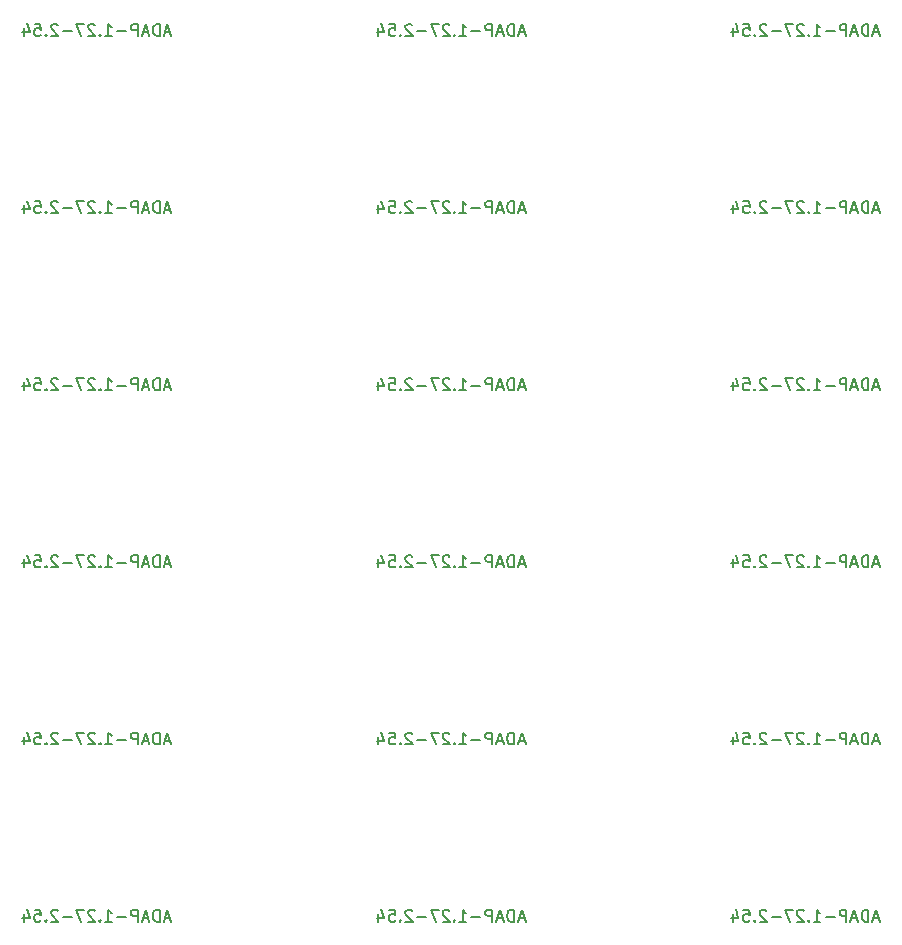
<source format=gbr>
G04 #@! TF.GenerationSoftware,KiCad,Pcbnew,6.0.7-f9a2dced07~116~ubuntu20.04.1*
G04 #@! TF.CreationDate,2022-08-18T12:09:23-05:00*
G04 #@! TF.ProjectId,,58585858-5858-4585-9858-585858585858,rev?*
G04 #@! TF.SameCoordinates,Original*
G04 #@! TF.FileFunction,Legend,Bot*
G04 #@! TF.FilePolarity,Positive*
%FSLAX46Y46*%
G04 Gerber Fmt 4.6, Leading zero omitted, Abs format (unit mm)*
G04 Created by KiCad (PCBNEW 6.0.7-f9a2dced07~116~ubuntu20.04.1) date 2022-08-18 12:09:23*
%MOMM*%
%LPD*%
G01*
G04 APERTURE LIST*
%ADD10C,0.150000*%
G04 APERTURE END LIST*
D10*
X159643095Y-134551666D02*
X159166904Y-134551666D01*
X159738333Y-134837380D02*
X159405000Y-133837380D01*
X159071666Y-134837380D01*
X158738333Y-134837380D02*
X158738333Y-133837380D01*
X158500238Y-133837380D01*
X158357380Y-133885000D01*
X158262142Y-133980238D01*
X158214523Y-134075476D01*
X158166904Y-134265952D01*
X158166904Y-134408809D01*
X158214523Y-134599285D01*
X158262142Y-134694523D01*
X158357380Y-134789761D01*
X158500238Y-134837380D01*
X158738333Y-134837380D01*
X157785952Y-134551666D02*
X157309761Y-134551666D01*
X157881190Y-134837380D02*
X157547857Y-133837380D01*
X157214523Y-134837380D01*
X156881190Y-134837380D02*
X156881190Y-133837380D01*
X156500238Y-133837380D01*
X156405000Y-133885000D01*
X156357380Y-133932619D01*
X156309761Y-134027857D01*
X156309761Y-134170714D01*
X156357380Y-134265952D01*
X156405000Y-134313571D01*
X156500238Y-134361190D01*
X156881190Y-134361190D01*
X155881190Y-134456428D02*
X155119285Y-134456428D01*
X154119285Y-134837380D02*
X154690714Y-134837380D01*
X154405000Y-134837380D02*
X154405000Y-133837380D01*
X154500238Y-133980238D01*
X154595476Y-134075476D01*
X154690714Y-134123095D01*
X153690714Y-134742142D02*
X153643095Y-134789761D01*
X153690714Y-134837380D01*
X153738333Y-134789761D01*
X153690714Y-134742142D01*
X153690714Y-134837380D01*
X153262142Y-133932619D02*
X153214523Y-133885000D01*
X153119285Y-133837380D01*
X152881190Y-133837380D01*
X152785952Y-133885000D01*
X152738333Y-133932619D01*
X152690714Y-134027857D01*
X152690714Y-134123095D01*
X152738333Y-134265952D01*
X153309761Y-134837380D01*
X152690714Y-134837380D01*
X152357380Y-133837380D02*
X151690714Y-133837380D01*
X152119285Y-134837380D01*
X151309761Y-134456428D02*
X150547857Y-134456428D01*
X150119285Y-133932619D02*
X150071666Y-133885000D01*
X149976428Y-133837380D01*
X149738333Y-133837380D01*
X149643095Y-133885000D01*
X149595476Y-133932619D01*
X149547857Y-134027857D01*
X149547857Y-134123095D01*
X149595476Y-134265952D01*
X150166904Y-134837380D01*
X149547857Y-134837380D01*
X149119285Y-134742142D02*
X149071666Y-134789761D01*
X149119285Y-134837380D01*
X149166904Y-134789761D01*
X149119285Y-134742142D01*
X149119285Y-134837380D01*
X148166904Y-133837380D02*
X148643095Y-133837380D01*
X148690714Y-134313571D01*
X148643095Y-134265952D01*
X148547857Y-134218333D01*
X148309761Y-134218333D01*
X148214523Y-134265952D01*
X148166904Y-134313571D01*
X148119285Y-134408809D01*
X148119285Y-134646904D01*
X148166904Y-134742142D01*
X148214523Y-134789761D01*
X148309761Y-134837380D01*
X148547857Y-134837380D01*
X148643095Y-134789761D01*
X148690714Y-134742142D01*
X147262142Y-134170714D02*
X147262142Y-134837380D01*
X147500238Y-133789761D02*
X147738333Y-134504047D01*
X147119285Y-134504047D01*
X129643095Y-134551666D02*
X129166904Y-134551666D01*
X129738333Y-134837380D02*
X129405000Y-133837380D01*
X129071666Y-134837380D01*
X128738333Y-134837380D02*
X128738333Y-133837380D01*
X128500238Y-133837380D01*
X128357380Y-133885000D01*
X128262142Y-133980238D01*
X128214523Y-134075476D01*
X128166904Y-134265952D01*
X128166904Y-134408809D01*
X128214523Y-134599285D01*
X128262142Y-134694523D01*
X128357380Y-134789761D01*
X128500238Y-134837380D01*
X128738333Y-134837380D01*
X127785952Y-134551666D02*
X127309761Y-134551666D01*
X127881190Y-134837380D02*
X127547857Y-133837380D01*
X127214523Y-134837380D01*
X126881190Y-134837380D02*
X126881190Y-133837380D01*
X126500238Y-133837380D01*
X126405000Y-133885000D01*
X126357380Y-133932619D01*
X126309761Y-134027857D01*
X126309761Y-134170714D01*
X126357380Y-134265952D01*
X126405000Y-134313571D01*
X126500238Y-134361190D01*
X126881190Y-134361190D01*
X125881190Y-134456428D02*
X125119285Y-134456428D01*
X124119285Y-134837380D02*
X124690714Y-134837380D01*
X124405000Y-134837380D02*
X124405000Y-133837380D01*
X124500238Y-133980238D01*
X124595476Y-134075476D01*
X124690714Y-134123095D01*
X123690714Y-134742142D02*
X123643095Y-134789761D01*
X123690714Y-134837380D01*
X123738333Y-134789761D01*
X123690714Y-134742142D01*
X123690714Y-134837380D01*
X123262142Y-133932619D02*
X123214523Y-133885000D01*
X123119285Y-133837380D01*
X122881190Y-133837380D01*
X122785952Y-133885000D01*
X122738333Y-133932619D01*
X122690714Y-134027857D01*
X122690714Y-134123095D01*
X122738333Y-134265952D01*
X123309761Y-134837380D01*
X122690714Y-134837380D01*
X122357380Y-133837380D02*
X121690714Y-133837380D01*
X122119285Y-134837380D01*
X121309761Y-134456428D02*
X120547857Y-134456428D01*
X120119285Y-133932619D02*
X120071666Y-133885000D01*
X119976428Y-133837380D01*
X119738333Y-133837380D01*
X119643095Y-133885000D01*
X119595476Y-133932619D01*
X119547857Y-134027857D01*
X119547857Y-134123095D01*
X119595476Y-134265952D01*
X120166904Y-134837380D01*
X119547857Y-134837380D01*
X119119285Y-134742142D02*
X119071666Y-134789761D01*
X119119285Y-134837380D01*
X119166904Y-134789761D01*
X119119285Y-134742142D01*
X119119285Y-134837380D01*
X118166904Y-133837380D02*
X118643095Y-133837380D01*
X118690714Y-134313571D01*
X118643095Y-134265952D01*
X118547857Y-134218333D01*
X118309761Y-134218333D01*
X118214523Y-134265952D01*
X118166904Y-134313571D01*
X118119285Y-134408809D01*
X118119285Y-134646904D01*
X118166904Y-134742142D01*
X118214523Y-134789761D01*
X118309761Y-134837380D01*
X118547857Y-134837380D01*
X118643095Y-134789761D01*
X118690714Y-134742142D01*
X117262142Y-134170714D02*
X117262142Y-134837380D01*
X117500238Y-133789761D02*
X117738333Y-134504047D01*
X117119285Y-134504047D01*
X99643095Y-134551666D02*
X99166904Y-134551666D01*
X99738333Y-134837380D02*
X99405000Y-133837380D01*
X99071666Y-134837380D01*
X98738333Y-134837380D02*
X98738333Y-133837380D01*
X98500238Y-133837380D01*
X98357380Y-133885000D01*
X98262142Y-133980238D01*
X98214523Y-134075476D01*
X98166904Y-134265952D01*
X98166904Y-134408809D01*
X98214523Y-134599285D01*
X98262142Y-134694523D01*
X98357380Y-134789761D01*
X98500238Y-134837380D01*
X98738333Y-134837380D01*
X97785952Y-134551666D02*
X97309761Y-134551666D01*
X97881190Y-134837380D02*
X97547857Y-133837380D01*
X97214523Y-134837380D01*
X96881190Y-134837380D02*
X96881190Y-133837380D01*
X96500238Y-133837380D01*
X96405000Y-133885000D01*
X96357380Y-133932619D01*
X96309761Y-134027857D01*
X96309761Y-134170714D01*
X96357380Y-134265952D01*
X96405000Y-134313571D01*
X96500238Y-134361190D01*
X96881190Y-134361190D01*
X95881190Y-134456428D02*
X95119285Y-134456428D01*
X94119285Y-134837380D02*
X94690714Y-134837380D01*
X94405000Y-134837380D02*
X94405000Y-133837380D01*
X94500238Y-133980238D01*
X94595476Y-134075476D01*
X94690714Y-134123095D01*
X93690714Y-134742142D02*
X93643095Y-134789761D01*
X93690714Y-134837380D01*
X93738333Y-134789761D01*
X93690714Y-134742142D01*
X93690714Y-134837380D01*
X93262142Y-133932619D02*
X93214523Y-133885000D01*
X93119285Y-133837380D01*
X92881190Y-133837380D01*
X92785952Y-133885000D01*
X92738333Y-133932619D01*
X92690714Y-134027857D01*
X92690714Y-134123095D01*
X92738333Y-134265952D01*
X93309761Y-134837380D01*
X92690714Y-134837380D01*
X92357380Y-133837380D02*
X91690714Y-133837380D01*
X92119285Y-134837380D01*
X91309761Y-134456428D02*
X90547857Y-134456428D01*
X90119285Y-133932619D02*
X90071666Y-133885000D01*
X89976428Y-133837380D01*
X89738333Y-133837380D01*
X89643095Y-133885000D01*
X89595476Y-133932619D01*
X89547857Y-134027857D01*
X89547857Y-134123095D01*
X89595476Y-134265952D01*
X90166904Y-134837380D01*
X89547857Y-134837380D01*
X89119285Y-134742142D02*
X89071666Y-134789761D01*
X89119285Y-134837380D01*
X89166904Y-134789761D01*
X89119285Y-134742142D01*
X89119285Y-134837380D01*
X88166904Y-133837380D02*
X88643095Y-133837380D01*
X88690714Y-134313571D01*
X88643095Y-134265952D01*
X88547857Y-134218333D01*
X88309761Y-134218333D01*
X88214523Y-134265952D01*
X88166904Y-134313571D01*
X88119285Y-134408809D01*
X88119285Y-134646904D01*
X88166904Y-134742142D01*
X88214523Y-134789761D01*
X88309761Y-134837380D01*
X88547857Y-134837380D01*
X88643095Y-134789761D01*
X88690714Y-134742142D01*
X87262142Y-134170714D02*
X87262142Y-134837380D01*
X87500238Y-133789761D02*
X87738333Y-134504047D01*
X87119285Y-134504047D01*
X159643095Y-119551666D02*
X159166904Y-119551666D01*
X159738333Y-119837380D02*
X159405000Y-118837380D01*
X159071666Y-119837380D01*
X158738333Y-119837380D02*
X158738333Y-118837380D01*
X158500238Y-118837380D01*
X158357380Y-118885000D01*
X158262142Y-118980238D01*
X158214523Y-119075476D01*
X158166904Y-119265952D01*
X158166904Y-119408809D01*
X158214523Y-119599285D01*
X158262142Y-119694523D01*
X158357380Y-119789761D01*
X158500238Y-119837380D01*
X158738333Y-119837380D01*
X157785952Y-119551666D02*
X157309761Y-119551666D01*
X157881190Y-119837380D02*
X157547857Y-118837380D01*
X157214523Y-119837380D01*
X156881190Y-119837380D02*
X156881190Y-118837380D01*
X156500238Y-118837380D01*
X156405000Y-118885000D01*
X156357380Y-118932619D01*
X156309761Y-119027857D01*
X156309761Y-119170714D01*
X156357380Y-119265952D01*
X156405000Y-119313571D01*
X156500238Y-119361190D01*
X156881190Y-119361190D01*
X155881190Y-119456428D02*
X155119285Y-119456428D01*
X154119285Y-119837380D02*
X154690714Y-119837380D01*
X154405000Y-119837380D02*
X154405000Y-118837380D01*
X154500238Y-118980238D01*
X154595476Y-119075476D01*
X154690714Y-119123095D01*
X153690714Y-119742142D02*
X153643095Y-119789761D01*
X153690714Y-119837380D01*
X153738333Y-119789761D01*
X153690714Y-119742142D01*
X153690714Y-119837380D01*
X153262142Y-118932619D02*
X153214523Y-118885000D01*
X153119285Y-118837380D01*
X152881190Y-118837380D01*
X152785952Y-118885000D01*
X152738333Y-118932619D01*
X152690714Y-119027857D01*
X152690714Y-119123095D01*
X152738333Y-119265952D01*
X153309761Y-119837380D01*
X152690714Y-119837380D01*
X152357380Y-118837380D02*
X151690714Y-118837380D01*
X152119285Y-119837380D01*
X151309761Y-119456428D02*
X150547857Y-119456428D01*
X150119285Y-118932619D02*
X150071666Y-118885000D01*
X149976428Y-118837380D01*
X149738333Y-118837380D01*
X149643095Y-118885000D01*
X149595476Y-118932619D01*
X149547857Y-119027857D01*
X149547857Y-119123095D01*
X149595476Y-119265952D01*
X150166904Y-119837380D01*
X149547857Y-119837380D01*
X149119285Y-119742142D02*
X149071666Y-119789761D01*
X149119285Y-119837380D01*
X149166904Y-119789761D01*
X149119285Y-119742142D01*
X149119285Y-119837380D01*
X148166904Y-118837380D02*
X148643095Y-118837380D01*
X148690714Y-119313571D01*
X148643095Y-119265952D01*
X148547857Y-119218333D01*
X148309761Y-119218333D01*
X148214523Y-119265952D01*
X148166904Y-119313571D01*
X148119285Y-119408809D01*
X148119285Y-119646904D01*
X148166904Y-119742142D01*
X148214523Y-119789761D01*
X148309761Y-119837380D01*
X148547857Y-119837380D01*
X148643095Y-119789761D01*
X148690714Y-119742142D01*
X147262142Y-119170714D02*
X147262142Y-119837380D01*
X147500238Y-118789761D02*
X147738333Y-119504047D01*
X147119285Y-119504047D01*
X129643095Y-119551666D02*
X129166904Y-119551666D01*
X129738333Y-119837380D02*
X129405000Y-118837380D01*
X129071666Y-119837380D01*
X128738333Y-119837380D02*
X128738333Y-118837380D01*
X128500238Y-118837380D01*
X128357380Y-118885000D01*
X128262142Y-118980238D01*
X128214523Y-119075476D01*
X128166904Y-119265952D01*
X128166904Y-119408809D01*
X128214523Y-119599285D01*
X128262142Y-119694523D01*
X128357380Y-119789761D01*
X128500238Y-119837380D01*
X128738333Y-119837380D01*
X127785952Y-119551666D02*
X127309761Y-119551666D01*
X127881190Y-119837380D02*
X127547857Y-118837380D01*
X127214523Y-119837380D01*
X126881190Y-119837380D02*
X126881190Y-118837380D01*
X126500238Y-118837380D01*
X126405000Y-118885000D01*
X126357380Y-118932619D01*
X126309761Y-119027857D01*
X126309761Y-119170714D01*
X126357380Y-119265952D01*
X126405000Y-119313571D01*
X126500238Y-119361190D01*
X126881190Y-119361190D01*
X125881190Y-119456428D02*
X125119285Y-119456428D01*
X124119285Y-119837380D02*
X124690714Y-119837380D01*
X124405000Y-119837380D02*
X124405000Y-118837380D01*
X124500238Y-118980238D01*
X124595476Y-119075476D01*
X124690714Y-119123095D01*
X123690714Y-119742142D02*
X123643095Y-119789761D01*
X123690714Y-119837380D01*
X123738333Y-119789761D01*
X123690714Y-119742142D01*
X123690714Y-119837380D01*
X123262142Y-118932619D02*
X123214523Y-118885000D01*
X123119285Y-118837380D01*
X122881190Y-118837380D01*
X122785952Y-118885000D01*
X122738333Y-118932619D01*
X122690714Y-119027857D01*
X122690714Y-119123095D01*
X122738333Y-119265952D01*
X123309761Y-119837380D01*
X122690714Y-119837380D01*
X122357380Y-118837380D02*
X121690714Y-118837380D01*
X122119285Y-119837380D01*
X121309761Y-119456428D02*
X120547857Y-119456428D01*
X120119285Y-118932619D02*
X120071666Y-118885000D01*
X119976428Y-118837380D01*
X119738333Y-118837380D01*
X119643095Y-118885000D01*
X119595476Y-118932619D01*
X119547857Y-119027857D01*
X119547857Y-119123095D01*
X119595476Y-119265952D01*
X120166904Y-119837380D01*
X119547857Y-119837380D01*
X119119285Y-119742142D02*
X119071666Y-119789761D01*
X119119285Y-119837380D01*
X119166904Y-119789761D01*
X119119285Y-119742142D01*
X119119285Y-119837380D01*
X118166904Y-118837380D02*
X118643095Y-118837380D01*
X118690714Y-119313571D01*
X118643095Y-119265952D01*
X118547857Y-119218333D01*
X118309761Y-119218333D01*
X118214523Y-119265952D01*
X118166904Y-119313571D01*
X118119285Y-119408809D01*
X118119285Y-119646904D01*
X118166904Y-119742142D01*
X118214523Y-119789761D01*
X118309761Y-119837380D01*
X118547857Y-119837380D01*
X118643095Y-119789761D01*
X118690714Y-119742142D01*
X117262142Y-119170714D02*
X117262142Y-119837380D01*
X117500238Y-118789761D02*
X117738333Y-119504047D01*
X117119285Y-119504047D01*
X99643095Y-119551666D02*
X99166904Y-119551666D01*
X99738333Y-119837380D02*
X99405000Y-118837380D01*
X99071666Y-119837380D01*
X98738333Y-119837380D02*
X98738333Y-118837380D01*
X98500238Y-118837380D01*
X98357380Y-118885000D01*
X98262142Y-118980238D01*
X98214523Y-119075476D01*
X98166904Y-119265952D01*
X98166904Y-119408809D01*
X98214523Y-119599285D01*
X98262142Y-119694523D01*
X98357380Y-119789761D01*
X98500238Y-119837380D01*
X98738333Y-119837380D01*
X97785952Y-119551666D02*
X97309761Y-119551666D01*
X97881190Y-119837380D02*
X97547857Y-118837380D01*
X97214523Y-119837380D01*
X96881190Y-119837380D02*
X96881190Y-118837380D01*
X96500238Y-118837380D01*
X96405000Y-118885000D01*
X96357380Y-118932619D01*
X96309761Y-119027857D01*
X96309761Y-119170714D01*
X96357380Y-119265952D01*
X96405000Y-119313571D01*
X96500238Y-119361190D01*
X96881190Y-119361190D01*
X95881190Y-119456428D02*
X95119285Y-119456428D01*
X94119285Y-119837380D02*
X94690714Y-119837380D01*
X94405000Y-119837380D02*
X94405000Y-118837380D01*
X94500238Y-118980238D01*
X94595476Y-119075476D01*
X94690714Y-119123095D01*
X93690714Y-119742142D02*
X93643095Y-119789761D01*
X93690714Y-119837380D01*
X93738333Y-119789761D01*
X93690714Y-119742142D01*
X93690714Y-119837380D01*
X93262142Y-118932619D02*
X93214523Y-118885000D01*
X93119285Y-118837380D01*
X92881190Y-118837380D01*
X92785952Y-118885000D01*
X92738333Y-118932619D01*
X92690714Y-119027857D01*
X92690714Y-119123095D01*
X92738333Y-119265952D01*
X93309761Y-119837380D01*
X92690714Y-119837380D01*
X92357380Y-118837380D02*
X91690714Y-118837380D01*
X92119285Y-119837380D01*
X91309761Y-119456428D02*
X90547857Y-119456428D01*
X90119285Y-118932619D02*
X90071666Y-118885000D01*
X89976428Y-118837380D01*
X89738333Y-118837380D01*
X89643095Y-118885000D01*
X89595476Y-118932619D01*
X89547857Y-119027857D01*
X89547857Y-119123095D01*
X89595476Y-119265952D01*
X90166904Y-119837380D01*
X89547857Y-119837380D01*
X89119285Y-119742142D02*
X89071666Y-119789761D01*
X89119285Y-119837380D01*
X89166904Y-119789761D01*
X89119285Y-119742142D01*
X89119285Y-119837380D01*
X88166904Y-118837380D02*
X88643095Y-118837380D01*
X88690714Y-119313571D01*
X88643095Y-119265952D01*
X88547857Y-119218333D01*
X88309761Y-119218333D01*
X88214523Y-119265952D01*
X88166904Y-119313571D01*
X88119285Y-119408809D01*
X88119285Y-119646904D01*
X88166904Y-119742142D01*
X88214523Y-119789761D01*
X88309761Y-119837380D01*
X88547857Y-119837380D01*
X88643095Y-119789761D01*
X88690714Y-119742142D01*
X87262142Y-119170714D02*
X87262142Y-119837380D01*
X87500238Y-118789761D02*
X87738333Y-119504047D01*
X87119285Y-119504047D01*
X159643095Y-104551666D02*
X159166904Y-104551666D01*
X159738333Y-104837380D02*
X159405000Y-103837380D01*
X159071666Y-104837380D01*
X158738333Y-104837380D02*
X158738333Y-103837380D01*
X158500238Y-103837380D01*
X158357380Y-103885000D01*
X158262142Y-103980238D01*
X158214523Y-104075476D01*
X158166904Y-104265952D01*
X158166904Y-104408809D01*
X158214523Y-104599285D01*
X158262142Y-104694523D01*
X158357380Y-104789761D01*
X158500238Y-104837380D01*
X158738333Y-104837380D01*
X157785952Y-104551666D02*
X157309761Y-104551666D01*
X157881190Y-104837380D02*
X157547857Y-103837380D01*
X157214523Y-104837380D01*
X156881190Y-104837380D02*
X156881190Y-103837380D01*
X156500238Y-103837380D01*
X156405000Y-103885000D01*
X156357380Y-103932619D01*
X156309761Y-104027857D01*
X156309761Y-104170714D01*
X156357380Y-104265952D01*
X156405000Y-104313571D01*
X156500238Y-104361190D01*
X156881190Y-104361190D01*
X155881190Y-104456428D02*
X155119285Y-104456428D01*
X154119285Y-104837380D02*
X154690714Y-104837380D01*
X154405000Y-104837380D02*
X154405000Y-103837380D01*
X154500238Y-103980238D01*
X154595476Y-104075476D01*
X154690714Y-104123095D01*
X153690714Y-104742142D02*
X153643095Y-104789761D01*
X153690714Y-104837380D01*
X153738333Y-104789761D01*
X153690714Y-104742142D01*
X153690714Y-104837380D01*
X153262142Y-103932619D02*
X153214523Y-103885000D01*
X153119285Y-103837380D01*
X152881190Y-103837380D01*
X152785952Y-103885000D01*
X152738333Y-103932619D01*
X152690714Y-104027857D01*
X152690714Y-104123095D01*
X152738333Y-104265952D01*
X153309761Y-104837380D01*
X152690714Y-104837380D01*
X152357380Y-103837380D02*
X151690714Y-103837380D01*
X152119285Y-104837380D01*
X151309761Y-104456428D02*
X150547857Y-104456428D01*
X150119285Y-103932619D02*
X150071666Y-103885000D01*
X149976428Y-103837380D01*
X149738333Y-103837380D01*
X149643095Y-103885000D01*
X149595476Y-103932619D01*
X149547857Y-104027857D01*
X149547857Y-104123095D01*
X149595476Y-104265952D01*
X150166904Y-104837380D01*
X149547857Y-104837380D01*
X149119285Y-104742142D02*
X149071666Y-104789761D01*
X149119285Y-104837380D01*
X149166904Y-104789761D01*
X149119285Y-104742142D01*
X149119285Y-104837380D01*
X148166904Y-103837380D02*
X148643095Y-103837380D01*
X148690714Y-104313571D01*
X148643095Y-104265952D01*
X148547857Y-104218333D01*
X148309761Y-104218333D01*
X148214523Y-104265952D01*
X148166904Y-104313571D01*
X148119285Y-104408809D01*
X148119285Y-104646904D01*
X148166904Y-104742142D01*
X148214523Y-104789761D01*
X148309761Y-104837380D01*
X148547857Y-104837380D01*
X148643095Y-104789761D01*
X148690714Y-104742142D01*
X147262142Y-104170714D02*
X147262142Y-104837380D01*
X147500238Y-103789761D02*
X147738333Y-104504047D01*
X147119285Y-104504047D01*
X129643095Y-104551666D02*
X129166904Y-104551666D01*
X129738333Y-104837380D02*
X129405000Y-103837380D01*
X129071666Y-104837380D01*
X128738333Y-104837380D02*
X128738333Y-103837380D01*
X128500238Y-103837380D01*
X128357380Y-103885000D01*
X128262142Y-103980238D01*
X128214523Y-104075476D01*
X128166904Y-104265952D01*
X128166904Y-104408809D01*
X128214523Y-104599285D01*
X128262142Y-104694523D01*
X128357380Y-104789761D01*
X128500238Y-104837380D01*
X128738333Y-104837380D01*
X127785952Y-104551666D02*
X127309761Y-104551666D01*
X127881190Y-104837380D02*
X127547857Y-103837380D01*
X127214523Y-104837380D01*
X126881190Y-104837380D02*
X126881190Y-103837380D01*
X126500238Y-103837380D01*
X126405000Y-103885000D01*
X126357380Y-103932619D01*
X126309761Y-104027857D01*
X126309761Y-104170714D01*
X126357380Y-104265952D01*
X126405000Y-104313571D01*
X126500238Y-104361190D01*
X126881190Y-104361190D01*
X125881190Y-104456428D02*
X125119285Y-104456428D01*
X124119285Y-104837380D02*
X124690714Y-104837380D01*
X124405000Y-104837380D02*
X124405000Y-103837380D01*
X124500238Y-103980238D01*
X124595476Y-104075476D01*
X124690714Y-104123095D01*
X123690714Y-104742142D02*
X123643095Y-104789761D01*
X123690714Y-104837380D01*
X123738333Y-104789761D01*
X123690714Y-104742142D01*
X123690714Y-104837380D01*
X123262142Y-103932619D02*
X123214523Y-103885000D01*
X123119285Y-103837380D01*
X122881190Y-103837380D01*
X122785952Y-103885000D01*
X122738333Y-103932619D01*
X122690714Y-104027857D01*
X122690714Y-104123095D01*
X122738333Y-104265952D01*
X123309761Y-104837380D01*
X122690714Y-104837380D01*
X122357380Y-103837380D02*
X121690714Y-103837380D01*
X122119285Y-104837380D01*
X121309761Y-104456428D02*
X120547857Y-104456428D01*
X120119285Y-103932619D02*
X120071666Y-103885000D01*
X119976428Y-103837380D01*
X119738333Y-103837380D01*
X119643095Y-103885000D01*
X119595476Y-103932619D01*
X119547857Y-104027857D01*
X119547857Y-104123095D01*
X119595476Y-104265952D01*
X120166904Y-104837380D01*
X119547857Y-104837380D01*
X119119285Y-104742142D02*
X119071666Y-104789761D01*
X119119285Y-104837380D01*
X119166904Y-104789761D01*
X119119285Y-104742142D01*
X119119285Y-104837380D01*
X118166904Y-103837380D02*
X118643095Y-103837380D01*
X118690714Y-104313571D01*
X118643095Y-104265952D01*
X118547857Y-104218333D01*
X118309761Y-104218333D01*
X118214523Y-104265952D01*
X118166904Y-104313571D01*
X118119285Y-104408809D01*
X118119285Y-104646904D01*
X118166904Y-104742142D01*
X118214523Y-104789761D01*
X118309761Y-104837380D01*
X118547857Y-104837380D01*
X118643095Y-104789761D01*
X118690714Y-104742142D01*
X117262142Y-104170714D02*
X117262142Y-104837380D01*
X117500238Y-103789761D02*
X117738333Y-104504047D01*
X117119285Y-104504047D01*
X99643095Y-104551666D02*
X99166904Y-104551666D01*
X99738333Y-104837380D02*
X99405000Y-103837380D01*
X99071666Y-104837380D01*
X98738333Y-104837380D02*
X98738333Y-103837380D01*
X98500238Y-103837380D01*
X98357380Y-103885000D01*
X98262142Y-103980238D01*
X98214523Y-104075476D01*
X98166904Y-104265952D01*
X98166904Y-104408809D01*
X98214523Y-104599285D01*
X98262142Y-104694523D01*
X98357380Y-104789761D01*
X98500238Y-104837380D01*
X98738333Y-104837380D01*
X97785952Y-104551666D02*
X97309761Y-104551666D01*
X97881190Y-104837380D02*
X97547857Y-103837380D01*
X97214523Y-104837380D01*
X96881190Y-104837380D02*
X96881190Y-103837380D01*
X96500238Y-103837380D01*
X96405000Y-103885000D01*
X96357380Y-103932619D01*
X96309761Y-104027857D01*
X96309761Y-104170714D01*
X96357380Y-104265952D01*
X96405000Y-104313571D01*
X96500238Y-104361190D01*
X96881190Y-104361190D01*
X95881190Y-104456428D02*
X95119285Y-104456428D01*
X94119285Y-104837380D02*
X94690714Y-104837380D01*
X94405000Y-104837380D02*
X94405000Y-103837380D01*
X94500238Y-103980238D01*
X94595476Y-104075476D01*
X94690714Y-104123095D01*
X93690714Y-104742142D02*
X93643095Y-104789761D01*
X93690714Y-104837380D01*
X93738333Y-104789761D01*
X93690714Y-104742142D01*
X93690714Y-104837380D01*
X93262142Y-103932619D02*
X93214523Y-103885000D01*
X93119285Y-103837380D01*
X92881190Y-103837380D01*
X92785952Y-103885000D01*
X92738333Y-103932619D01*
X92690714Y-104027857D01*
X92690714Y-104123095D01*
X92738333Y-104265952D01*
X93309761Y-104837380D01*
X92690714Y-104837380D01*
X92357380Y-103837380D02*
X91690714Y-103837380D01*
X92119285Y-104837380D01*
X91309761Y-104456428D02*
X90547857Y-104456428D01*
X90119285Y-103932619D02*
X90071666Y-103885000D01*
X89976428Y-103837380D01*
X89738333Y-103837380D01*
X89643095Y-103885000D01*
X89595476Y-103932619D01*
X89547857Y-104027857D01*
X89547857Y-104123095D01*
X89595476Y-104265952D01*
X90166904Y-104837380D01*
X89547857Y-104837380D01*
X89119285Y-104742142D02*
X89071666Y-104789761D01*
X89119285Y-104837380D01*
X89166904Y-104789761D01*
X89119285Y-104742142D01*
X89119285Y-104837380D01*
X88166904Y-103837380D02*
X88643095Y-103837380D01*
X88690714Y-104313571D01*
X88643095Y-104265952D01*
X88547857Y-104218333D01*
X88309761Y-104218333D01*
X88214523Y-104265952D01*
X88166904Y-104313571D01*
X88119285Y-104408809D01*
X88119285Y-104646904D01*
X88166904Y-104742142D01*
X88214523Y-104789761D01*
X88309761Y-104837380D01*
X88547857Y-104837380D01*
X88643095Y-104789761D01*
X88690714Y-104742142D01*
X87262142Y-104170714D02*
X87262142Y-104837380D01*
X87500238Y-103789761D02*
X87738333Y-104504047D01*
X87119285Y-104504047D01*
X159643095Y-89551666D02*
X159166904Y-89551666D01*
X159738333Y-89837380D02*
X159405000Y-88837380D01*
X159071666Y-89837380D01*
X158738333Y-89837380D02*
X158738333Y-88837380D01*
X158500238Y-88837380D01*
X158357380Y-88885000D01*
X158262142Y-88980238D01*
X158214523Y-89075476D01*
X158166904Y-89265952D01*
X158166904Y-89408809D01*
X158214523Y-89599285D01*
X158262142Y-89694523D01*
X158357380Y-89789761D01*
X158500238Y-89837380D01*
X158738333Y-89837380D01*
X157785952Y-89551666D02*
X157309761Y-89551666D01*
X157881190Y-89837380D02*
X157547857Y-88837380D01*
X157214523Y-89837380D01*
X156881190Y-89837380D02*
X156881190Y-88837380D01*
X156500238Y-88837380D01*
X156405000Y-88885000D01*
X156357380Y-88932619D01*
X156309761Y-89027857D01*
X156309761Y-89170714D01*
X156357380Y-89265952D01*
X156405000Y-89313571D01*
X156500238Y-89361190D01*
X156881190Y-89361190D01*
X155881190Y-89456428D02*
X155119285Y-89456428D01*
X154119285Y-89837380D02*
X154690714Y-89837380D01*
X154405000Y-89837380D02*
X154405000Y-88837380D01*
X154500238Y-88980238D01*
X154595476Y-89075476D01*
X154690714Y-89123095D01*
X153690714Y-89742142D02*
X153643095Y-89789761D01*
X153690714Y-89837380D01*
X153738333Y-89789761D01*
X153690714Y-89742142D01*
X153690714Y-89837380D01*
X153262142Y-88932619D02*
X153214523Y-88885000D01*
X153119285Y-88837380D01*
X152881190Y-88837380D01*
X152785952Y-88885000D01*
X152738333Y-88932619D01*
X152690714Y-89027857D01*
X152690714Y-89123095D01*
X152738333Y-89265952D01*
X153309761Y-89837380D01*
X152690714Y-89837380D01*
X152357380Y-88837380D02*
X151690714Y-88837380D01*
X152119285Y-89837380D01*
X151309761Y-89456428D02*
X150547857Y-89456428D01*
X150119285Y-88932619D02*
X150071666Y-88885000D01*
X149976428Y-88837380D01*
X149738333Y-88837380D01*
X149643095Y-88885000D01*
X149595476Y-88932619D01*
X149547857Y-89027857D01*
X149547857Y-89123095D01*
X149595476Y-89265952D01*
X150166904Y-89837380D01*
X149547857Y-89837380D01*
X149119285Y-89742142D02*
X149071666Y-89789761D01*
X149119285Y-89837380D01*
X149166904Y-89789761D01*
X149119285Y-89742142D01*
X149119285Y-89837380D01*
X148166904Y-88837380D02*
X148643095Y-88837380D01*
X148690714Y-89313571D01*
X148643095Y-89265952D01*
X148547857Y-89218333D01*
X148309761Y-89218333D01*
X148214523Y-89265952D01*
X148166904Y-89313571D01*
X148119285Y-89408809D01*
X148119285Y-89646904D01*
X148166904Y-89742142D01*
X148214523Y-89789761D01*
X148309761Y-89837380D01*
X148547857Y-89837380D01*
X148643095Y-89789761D01*
X148690714Y-89742142D01*
X147262142Y-89170714D02*
X147262142Y-89837380D01*
X147500238Y-88789761D02*
X147738333Y-89504047D01*
X147119285Y-89504047D01*
X129643095Y-89551666D02*
X129166904Y-89551666D01*
X129738333Y-89837380D02*
X129405000Y-88837380D01*
X129071666Y-89837380D01*
X128738333Y-89837380D02*
X128738333Y-88837380D01*
X128500238Y-88837380D01*
X128357380Y-88885000D01*
X128262142Y-88980238D01*
X128214523Y-89075476D01*
X128166904Y-89265952D01*
X128166904Y-89408809D01*
X128214523Y-89599285D01*
X128262142Y-89694523D01*
X128357380Y-89789761D01*
X128500238Y-89837380D01*
X128738333Y-89837380D01*
X127785952Y-89551666D02*
X127309761Y-89551666D01*
X127881190Y-89837380D02*
X127547857Y-88837380D01*
X127214523Y-89837380D01*
X126881190Y-89837380D02*
X126881190Y-88837380D01*
X126500238Y-88837380D01*
X126405000Y-88885000D01*
X126357380Y-88932619D01*
X126309761Y-89027857D01*
X126309761Y-89170714D01*
X126357380Y-89265952D01*
X126405000Y-89313571D01*
X126500238Y-89361190D01*
X126881190Y-89361190D01*
X125881190Y-89456428D02*
X125119285Y-89456428D01*
X124119285Y-89837380D02*
X124690714Y-89837380D01*
X124405000Y-89837380D02*
X124405000Y-88837380D01*
X124500238Y-88980238D01*
X124595476Y-89075476D01*
X124690714Y-89123095D01*
X123690714Y-89742142D02*
X123643095Y-89789761D01*
X123690714Y-89837380D01*
X123738333Y-89789761D01*
X123690714Y-89742142D01*
X123690714Y-89837380D01*
X123262142Y-88932619D02*
X123214523Y-88885000D01*
X123119285Y-88837380D01*
X122881190Y-88837380D01*
X122785952Y-88885000D01*
X122738333Y-88932619D01*
X122690714Y-89027857D01*
X122690714Y-89123095D01*
X122738333Y-89265952D01*
X123309761Y-89837380D01*
X122690714Y-89837380D01*
X122357380Y-88837380D02*
X121690714Y-88837380D01*
X122119285Y-89837380D01*
X121309761Y-89456428D02*
X120547857Y-89456428D01*
X120119285Y-88932619D02*
X120071666Y-88885000D01*
X119976428Y-88837380D01*
X119738333Y-88837380D01*
X119643095Y-88885000D01*
X119595476Y-88932619D01*
X119547857Y-89027857D01*
X119547857Y-89123095D01*
X119595476Y-89265952D01*
X120166904Y-89837380D01*
X119547857Y-89837380D01*
X119119285Y-89742142D02*
X119071666Y-89789761D01*
X119119285Y-89837380D01*
X119166904Y-89789761D01*
X119119285Y-89742142D01*
X119119285Y-89837380D01*
X118166904Y-88837380D02*
X118643095Y-88837380D01*
X118690714Y-89313571D01*
X118643095Y-89265952D01*
X118547857Y-89218333D01*
X118309761Y-89218333D01*
X118214523Y-89265952D01*
X118166904Y-89313571D01*
X118119285Y-89408809D01*
X118119285Y-89646904D01*
X118166904Y-89742142D01*
X118214523Y-89789761D01*
X118309761Y-89837380D01*
X118547857Y-89837380D01*
X118643095Y-89789761D01*
X118690714Y-89742142D01*
X117262142Y-89170714D02*
X117262142Y-89837380D01*
X117500238Y-88789761D02*
X117738333Y-89504047D01*
X117119285Y-89504047D01*
X99643095Y-89551666D02*
X99166904Y-89551666D01*
X99738333Y-89837380D02*
X99405000Y-88837380D01*
X99071666Y-89837380D01*
X98738333Y-89837380D02*
X98738333Y-88837380D01*
X98500238Y-88837380D01*
X98357380Y-88885000D01*
X98262142Y-88980238D01*
X98214523Y-89075476D01*
X98166904Y-89265952D01*
X98166904Y-89408809D01*
X98214523Y-89599285D01*
X98262142Y-89694523D01*
X98357380Y-89789761D01*
X98500238Y-89837380D01*
X98738333Y-89837380D01*
X97785952Y-89551666D02*
X97309761Y-89551666D01*
X97881190Y-89837380D02*
X97547857Y-88837380D01*
X97214523Y-89837380D01*
X96881190Y-89837380D02*
X96881190Y-88837380D01*
X96500238Y-88837380D01*
X96405000Y-88885000D01*
X96357380Y-88932619D01*
X96309761Y-89027857D01*
X96309761Y-89170714D01*
X96357380Y-89265952D01*
X96405000Y-89313571D01*
X96500238Y-89361190D01*
X96881190Y-89361190D01*
X95881190Y-89456428D02*
X95119285Y-89456428D01*
X94119285Y-89837380D02*
X94690714Y-89837380D01*
X94405000Y-89837380D02*
X94405000Y-88837380D01*
X94500238Y-88980238D01*
X94595476Y-89075476D01*
X94690714Y-89123095D01*
X93690714Y-89742142D02*
X93643095Y-89789761D01*
X93690714Y-89837380D01*
X93738333Y-89789761D01*
X93690714Y-89742142D01*
X93690714Y-89837380D01*
X93262142Y-88932619D02*
X93214523Y-88885000D01*
X93119285Y-88837380D01*
X92881190Y-88837380D01*
X92785952Y-88885000D01*
X92738333Y-88932619D01*
X92690714Y-89027857D01*
X92690714Y-89123095D01*
X92738333Y-89265952D01*
X93309761Y-89837380D01*
X92690714Y-89837380D01*
X92357380Y-88837380D02*
X91690714Y-88837380D01*
X92119285Y-89837380D01*
X91309761Y-89456428D02*
X90547857Y-89456428D01*
X90119285Y-88932619D02*
X90071666Y-88885000D01*
X89976428Y-88837380D01*
X89738333Y-88837380D01*
X89643095Y-88885000D01*
X89595476Y-88932619D01*
X89547857Y-89027857D01*
X89547857Y-89123095D01*
X89595476Y-89265952D01*
X90166904Y-89837380D01*
X89547857Y-89837380D01*
X89119285Y-89742142D02*
X89071666Y-89789761D01*
X89119285Y-89837380D01*
X89166904Y-89789761D01*
X89119285Y-89742142D01*
X89119285Y-89837380D01*
X88166904Y-88837380D02*
X88643095Y-88837380D01*
X88690714Y-89313571D01*
X88643095Y-89265952D01*
X88547857Y-89218333D01*
X88309761Y-89218333D01*
X88214523Y-89265952D01*
X88166904Y-89313571D01*
X88119285Y-89408809D01*
X88119285Y-89646904D01*
X88166904Y-89742142D01*
X88214523Y-89789761D01*
X88309761Y-89837380D01*
X88547857Y-89837380D01*
X88643095Y-89789761D01*
X88690714Y-89742142D01*
X87262142Y-89170714D02*
X87262142Y-89837380D01*
X87500238Y-88789761D02*
X87738333Y-89504047D01*
X87119285Y-89504047D01*
X159643095Y-74551666D02*
X159166904Y-74551666D01*
X159738333Y-74837380D02*
X159405000Y-73837380D01*
X159071666Y-74837380D01*
X158738333Y-74837380D02*
X158738333Y-73837380D01*
X158500238Y-73837380D01*
X158357380Y-73885000D01*
X158262142Y-73980238D01*
X158214523Y-74075476D01*
X158166904Y-74265952D01*
X158166904Y-74408809D01*
X158214523Y-74599285D01*
X158262142Y-74694523D01*
X158357380Y-74789761D01*
X158500238Y-74837380D01*
X158738333Y-74837380D01*
X157785952Y-74551666D02*
X157309761Y-74551666D01*
X157881190Y-74837380D02*
X157547857Y-73837380D01*
X157214523Y-74837380D01*
X156881190Y-74837380D02*
X156881190Y-73837380D01*
X156500238Y-73837380D01*
X156405000Y-73885000D01*
X156357380Y-73932619D01*
X156309761Y-74027857D01*
X156309761Y-74170714D01*
X156357380Y-74265952D01*
X156405000Y-74313571D01*
X156500238Y-74361190D01*
X156881190Y-74361190D01*
X155881190Y-74456428D02*
X155119285Y-74456428D01*
X154119285Y-74837380D02*
X154690714Y-74837380D01*
X154405000Y-74837380D02*
X154405000Y-73837380D01*
X154500238Y-73980238D01*
X154595476Y-74075476D01*
X154690714Y-74123095D01*
X153690714Y-74742142D02*
X153643095Y-74789761D01*
X153690714Y-74837380D01*
X153738333Y-74789761D01*
X153690714Y-74742142D01*
X153690714Y-74837380D01*
X153262142Y-73932619D02*
X153214523Y-73885000D01*
X153119285Y-73837380D01*
X152881190Y-73837380D01*
X152785952Y-73885000D01*
X152738333Y-73932619D01*
X152690714Y-74027857D01*
X152690714Y-74123095D01*
X152738333Y-74265952D01*
X153309761Y-74837380D01*
X152690714Y-74837380D01*
X152357380Y-73837380D02*
X151690714Y-73837380D01*
X152119285Y-74837380D01*
X151309761Y-74456428D02*
X150547857Y-74456428D01*
X150119285Y-73932619D02*
X150071666Y-73885000D01*
X149976428Y-73837380D01*
X149738333Y-73837380D01*
X149643095Y-73885000D01*
X149595476Y-73932619D01*
X149547857Y-74027857D01*
X149547857Y-74123095D01*
X149595476Y-74265952D01*
X150166904Y-74837380D01*
X149547857Y-74837380D01*
X149119285Y-74742142D02*
X149071666Y-74789761D01*
X149119285Y-74837380D01*
X149166904Y-74789761D01*
X149119285Y-74742142D01*
X149119285Y-74837380D01*
X148166904Y-73837380D02*
X148643095Y-73837380D01*
X148690714Y-74313571D01*
X148643095Y-74265952D01*
X148547857Y-74218333D01*
X148309761Y-74218333D01*
X148214523Y-74265952D01*
X148166904Y-74313571D01*
X148119285Y-74408809D01*
X148119285Y-74646904D01*
X148166904Y-74742142D01*
X148214523Y-74789761D01*
X148309761Y-74837380D01*
X148547857Y-74837380D01*
X148643095Y-74789761D01*
X148690714Y-74742142D01*
X147262142Y-74170714D02*
X147262142Y-74837380D01*
X147500238Y-73789761D02*
X147738333Y-74504047D01*
X147119285Y-74504047D01*
X129643095Y-74551666D02*
X129166904Y-74551666D01*
X129738333Y-74837380D02*
X129405000Y-73837380D01*
X129071666Y-74837380D01*
X128738333Y-74837380D02*
X128738333Y-73837380D01*
X128500238Y-73837380D01*
X128357380Y-73885000D01*
X128262142Y-73980238D01*
X128214523Y-74075476D01*
X128166904Y-74265952D01*
X128166904Y-74408809D01*
X128214523Y-74599285D01*
X128262142Y-74694523D01*
X128357380Y-74789761D01*
X128500238Y-74837380D01*
X128738333Y-74837380D01*
X127785952Y-74551666D02*
X127309761Y-74551666D01*
X127881190Y-74837380D02*
X127547857Y-73837380D01*
X127214523Y-74837380D01*
X126881190Y-74837380D02*
X126881190Y-73837380D01*
X126500238Y-73837380D01*
X126405000Y-73885000D01*
X126357380Y-73932619D01*
X126309761Y-74027857D01*
X126309761Y-74170714D01*
X126357380Y-74265952D01*
X126405000Y-74313571D01*
X126500238Y-74361190D01*
X126881190Y-74361190D01*
X125881190Y-74456428D02*
X125119285Y-74456428D01*
X124119285Y-74837380D02*
X124690714Y-74837380D01*
X124405000Y-74837380D02*
X124405000Y-73837380D01*
X124500238Y-73980238D01*
X124595476Y-74075476D01*
X124690714Y-74123095D01*
X123690714Y-74742142D02*
X123643095Y-74789761D01*
X123690714Y-74837380D01*
X123738333Y-74789761D01*
X123690714Y-74742142D01*
X123690714Y-74837380D01*
X123262142Y-73932619D02*
X123214523Y-73885000D01*
X123119285Y-73837380D01*
X122881190Y-73837380D01*
X122785952Y-73885000D01*
X122738333Y-73932619D01*
X122690714Y-74027857D01*
X122690714Y-74123095D01*
X122738333Y-74265952D01*
X123309761Y-74837380D01*
X122690714Y-74837380D01*
X122357380Y-73837380D02*
X121690714Y-73837380D01*
X122119285Y-74837380D01*
X121309761Y-74456428D02*
X120547857Y-74456428D01*
X120119285Y-73932619D02*
X120071666Y-73885000D01*
X119976428Y-73837380D01*
X119738333Y-73837380D01*
X119643095Y-73885000D01*
X119595476Y-73932619D01*
X119547857Y-74027857D01*
X119547857Y-74123095D01*
X119595476Y-74265952D01*
X120166904Y-74837380D01*
X119547857Y-74837380D01*
X119119285Y-74742142D02*
X119071666Y-74789761D01*
X119119285Y-74837380D01*
X119166904Y-74789761D01*
X119119285Y-74742142D01*
X119119285Y-74837380D01*
X118166904Y-73837380D02*
X118643095Y-73837380D01*
X118690714Y-74313571D01*
X118643095Y-74265952D01*
X118547857Y-74218333D01*
X118309761Y-74218333D01*
X118214523Y-74265952D01*
X118166904Y-74313571D01*
X118119285Y-74408809D01*
X118119285Y-74646904D01*
X118166904Y-74742142D01*
X118214523Y-74789761D01*
X118309761Y-74837380D01*
X118547857Y-74837380D01*
X118643095Y-74789761D01*
X118690714Y-74742142D01*
X117262142Y-74170714D02*
X117262142Y-74837380D01*
X117500238Y-73789761D02*
X117738333Y-74504047D01*
X117119285Y-74504047D01*
X99643095Y-74551666D02*
X99166904Y-74551666D01*
X99738333Y-74837380D02*
X99405000Y-73837380D01*
X99071666Y-74837380D01*
X98738333Y-74837380D02*
X98738333Y-73837380D01*
X98500238Y-73837380D01*
X98357380Y-73885000D01*
X98262142Y-73980238D01*
X98214523Y-74075476D01*
X98166904Y-74265952D01*
X98166904Y-74408809D01*
X98214523Y-74599285D01*
X98262142Y-74694523D01*
X98357380Y-74789761D01*
X98500238Y-74837380D01*
X98738333Y-74837380D01*
X97785952Y-74551666D02*
X97309761Y-74551666D01*
X97881190Y-74837380D02*
X97547857Y-73837380D01*
X97214523Y-74837380D01*
X96881190Y-74837380D02*
X96881190Y-73837380D01*
X96500238Y-73837380D01*
X96405000Y-73885000D01*
X96357380Y-73932619D01*
X96309761Y-74027857D01*
X96309761Y-74170714D01*
X96357380Y-74265952D01*
X96405000Y-74313571D01*
X96500238Y-74361190D01*
X96881190Y-74361190D01*
X95881190Y-74456428D02*
X95119285Y-74456428D01*
X94119285Y-74837380D02*
X94690714Y-74837380D01*
X94405000Y-74837380D02*
X94405000Y-73837380D01*
X94500238Y-73980238D01*
X94595476Y-74075476D01*
X94690714Y-74123095D01*
X93690714Y-74742142D02*
X93643095Y-74789761D01*
X93690714Y-74837380D01*
X93738333Y-74789761D01*
X93690714Y-74742142D01*
X93690714Y-74837380D01*
X93262142Y-73932619D02*
X93214523Y-73885000D01*
X93119285Y-73837380D01*
X92881190Y-73837380D01*
X92785952Y-73885000D01*
X92738333Y-73932619D01*
X92690714Y-74027857D01*
X92690714Y-74123095D01*
X92738333Y-74265952D01*
X93309761Y-74837380D01*
X92690714Y-74837380D01*
X92357380Y-73837380D02*
X91690714Y-73837380D01*
X92119285Y-74837380D01*
X91309761Y-74456428D02*
X90547857Y-74456428D01*
X90119285Y-73932619D02*
X90071666Y-73885000D01*
X89976428Y-73837380D01*
X89738333Y-73837380D01*
X89643095Y-73885000D01*
X89595476Y-73932619D01*
X89547857Y-74027857D01*
X89547857Y-74123095D01*
X89595476Y-74265952D01*
X90166904Y-74837380D01*
X89547857Y-74837380D01*
X89119285Y-74742142D02*
X89071666Y-74789761D01*
X89119285Y-74837380D01*
X89166904Y-74789761D01*
X89119285Y-74742142D01*
X89119285Y-74837380D01*
X88166904Y-73837380D02*
X88643095Y-73837380D01*
X88690714Y-74313571D01*
X88643095Y-74265952D01*
X88547857Y-74218333D01*
X88309761Y-74218333D01*
X88214523Y-74265952D01*
X88166904Y-74313571D01*
X88119285Y-74408809D01*
X88119285Y-74646904D01*
X88166904Y-74742142D01*
X88214523Y-74789761D01*
X88309761Y-74837380D01*
X88547857Y-74837380D01*
X88643095Y-74789761D01*
X88690714Y-74742142D01*
X87262142Y-74170714D02*
X87262142Y-74837380D01*
X87500238Y-73789761D02*
X87738333Y-74504047D01*
X87119285Y-74504047D01*
X159643095Y-59551666D02*
X159166904Y-59551666D01*
X159738333Y-59837380D02*
X159405000Y-58837380D01*
X159071666Y-59837380D01*
X158738333Y-59837380D02*
X158738333Y-58837380D01*
X158500238Y-58837380D01*
X158357380Y-58885000D01*
X158262142Y-58980238D01*
X158214523Y-59075476D01*
X158166904Y-59265952D01*
X158166904Y-59408809D01*
X158214523Y-59599285D01*
X158262142Y-59694523D01*
X158357380Y-59789761D01*
X158500238Y-59837380D01*
X158738333Y-59837380D01*
X157785952Y-59551666D02*
X157309761Y-59551666D01*
X157881190Y-59837380D02*
X157547857Y-58837380D01*
X157214523Y-59837380D01*
X156881190Y-59837380D02*
X156881190Y-58837380D01*
X156500238Y-58837380D01*
X156405000Y-58885000D01*
X156357380Y-58932619D01*
X156309761Y-59027857D01*
X156309761Y-59170714D01*
X156357380Y-59265952D01*
X156405000Y-59313571D01*
X156500238Y-59361190D01*
X156881190Y-59361190D01*
X155881190Y-59456428D02*
X155119285Y-59456428D01*
X154119285Y-59837380D02*
X154690714Y-59837380D01*
X154405000Y-59837380D02*
X154405000Y-58837380D01*
X154500238Y-58980238D01*
X154595476Y-59075476D01*
X154690714Y-59123095D01*
X153690714Y-59742142D02*
X153643095Y-59789761D01*
X153690714Y-59837380D01*
X153738333Y-59789761D01*
X153690714Y-59742142D01*
X153690714Y-59837380D01*
X153262142Y-58932619D02*
X153214523Y-58885000D01*
X153119285Y-58837380D01*
X152881190Y-58837380D01*
X152785952Y-58885000D01*
X152738333Y-58932619D01*
X152690714Y-59027857D01*
X152690714Y-59123095D01*
X152738333Y-59265952D01*
X153309761Y-59837380D01*
X152690714Y-59837380D01*
X152357380Y-58837380D02*
X151690714Y-58837380D01*
X152119285Y-59837380D01*
X151309761Y-59456428D02*
X150547857Y-59456428D01*
X150119285Y-58932619D02*
X150071666Y-58885000D01*
X149976428Y-58837380D01*
X149738333Y-58837380D01*
X149643095Y-58885000D01*
X149595476Y-58932619D01*
X149547857Y-59027857D01*
X149547857Y-59123095D01*
X149595476Y-59265952D01*
X150166904Y-59837380D01*
X149547857Y-59837380D01*
X149119285Y-59742142D02*
X149071666Y-59789761D01*
X149119285Y-59837380D01*
X149166904Y-59789761D01*
X149119285Y-59742142D01*
X149119285Y-59837380D01*
X148166904Y-58837380D02*
X148643095Y-58837380D01*
X148690714Y-59313571D01*
X148643095Y-59265952D01*
X148547857Y-59218333D01*
X148309761Y-59218333D01*
X148214523Y-59265952D01*
X148166904Y-59313571D01*
X148119285Y-59408809D01*
X148119285Y-59646904D01*
X148166904Y-59742142D01*
X148214523Y-59789761D01*
X148309761Y-59837380D01*
X148547857Y-59837380D01*
X148643095Y-59789761D01*
X148690714Y-59742142D01*
X147262142Y-59170714D02*
X147262142Y-59837380D01*
X147500238Y-58789761D02*
X147738333Y-59504047D01*
X147119285Y-59504047D01*
X129643095Y-59551666D02*
X129166904Y-59551666D01*
X129738333Y-59837380D02*
X129405000Y-58837380D01*
X129071666Y-59837380D01*
X128738333Y-59837380D02*
X128738333Y-58837380D01*
X128500238Y-58837380D01*
X128357380Y-58885000D01*
X128262142Y-58980238D01*
X128214523Y-59075476D01*
X128166904Y-59265952D01*
X128166904Y-59408809D01*
X128214523Y-59599285D01*
X128262142Y-59694523D01*
X128357380Y-59789761D01*
X128500238Y-59837380D01*
X128738333Y-59837380D01*
X127785952Y-59551666D02*
X127309761Y-59551666D01*
X127881190Y-59837380D02*
X127547857Y-58837380D01*
X127214523Y-59837380D01*
X126881190Y-59837380D02*
X126881190Y-58837380D01*
X126500238Y-58837380D01*
X126405000Y-58885000D01*
X126357380Y-58932619D01*
X126309761Y-59027857D01*
X126309761Y-59170714D01*
X126357380Y-59265952D01*
X126405000Y-59313571D01*
X126500238Y-59361190D01*
X126881190Y-59361190D01*
X125881190Y-59456428D02*
X125119285Y-59456428D01*
X124119285Y-59837380D02*
X124690714Y-59837380D01*
X124405000Y-59837380D02*
X124405000Y-58837380D01*
X124500238Y-58980238D01*
X124595476Y-59075476D01*
X124690714Y-59123095D01*
X123690714Y-59742142D02*
X123643095Y-59789761D01*
X123690714Y-59837380D01*
X123738333Y-59789761D01*
X123690714Y-59742142D01*
X123690714Y-59837380D01*
X123262142Y-58932619D02*
X123214523Y-58885000D01*
X123119285Y-58837380D01*
X122881190Y-58837380D01*
X122785952Y-58885000D01*
X122738333Y-58932619D01*
X122690714Y-59027857D01*
X122690714Y-59123095D01*
X122738333Y-59265952D01*
X123309761Y-59837380D01*
X122690714Y-59837380D01*
X122357380Y-58837380D02*
X121690714Y-58837380D01*
X122119285Y-59837380D01*
X121309761Y-59456428D02*
X120547857Y-59456428D01*
X120119285Y-58932619D02*
X120071666Y-58885000D01*
X119976428Y-58837380D01*
X119738333Y-58837380D01*
X119643095Y-58885000D01*
X119595476Y-58932619D01*
X119547857Y-59027857D01*
X119547857Y-59123095D01*
X119595476Y-59265952D01*
X120166904Y-59837380D01*
X119547857Y-59837380D01*
X119119285Y-59742142D02*
X119071666Y-59789761D01*
X119119285Y-59837380D01*
X119166904Y-59789761D01*
X119119285Y-59742142D01*
X119119285Y-59837380D01*
X118166904Y-58837380D02*
X118643095Y-58837380D01*
X118690714Y-59313571D01*
X118643095Y-59265952D01*
X118547857Y-59218333D01*
X118309761Y-59218333D01*
X118214523Y-59265952D01*
X118166904Y-59313571D01*
X118119285Y-59408809D01*
X118119285Y-59646904D01*
X118166904Y-59742142D01*
X118214523Y-59789761D01*
X118309761Y-59837380D01*
X118547857Y-59837380D01*
X118643095Y-59789761D01*
X118690714Y-59742142D01*
X117262142Y-59170714D02*
X117262142Y-59837380D01*
X117500238Y-58789761D02*
X117738333Y-59504047D01*
X117119285Y-59504047D01*
X99643095Y-59551666D02*
X99166904Y-59551666D01*
X99738333Y-59837380D02*
X99405000Y-58837380D01*
X99071666Y-59837380D01*
X98738333Y-59837380D02*
X98738333Y-58837380D01*
X98500238Y-58837380D01*
X98357380Y-58885000D01*
X98262142Y-58980238D01*
X98214523Y-59075476D01*
X98166904Y-59265952D01*
X98166904Y-59408809D01*
X98214523Y-59599285D01*
X98262142Y-59694523D01*
X98357380Y-59789761D01*
X98500238Y-59837380D01*
X98738333Y-59837380D01*
X97785952Y-59551666D02*
X97309761Y-59551666D01*
X97881190Y-59837380D02*
X97547857Y-58837380D01*
X97214523Y-59837380D01*
X96881190Y-59837380D02*
X96881190Y-58837380D01*
X96500238Y-58837380D01*
X96405000Y-58885000D01*
X96357380Y-58932619D01*
X96309761Y-59027857D01*
X96309761Y-59170714D01*
X96357380Y-59265952D01*
X96405000Y-59313571D01*
X96500238Y-59361190D01*
X96881190Y-59361190D01*
X95881190Y-59456428D02*
X95119285Y-59456428D01*
X94119285Y-59837380D02*
X94690714Y-59837380D01*
X94405000Y-59837380D02*
X94405000Y-58837380D01*
X94500238Y-58980238D01*
X94595476Y-59075476D01*
X94690714Y-59123095D01*
X93690714Y-59742142D02*
X93643095Y-59789761D01*
X93690714Y-59837380D01*
X93738333Y-59789761D01*
X93690714Y-59742142D01*
X93690714Y-59837380D01*
X93262142Y-58932619D02*
X93214523Y-58885000D01*
X93119285Y-58837380D01*
X92881190Y-58837380D01*
X92785952Y-58885000D01*
X92738333Y-58932619D01*
X92690714Y-59027857D01*
X92690714Y-59123095D01*
X92738333Y-59265952D01*
X93309761Y-59837380D01*
X92690714Y-59837380D01*
X92357380Y-58837380D02*
X91690714Y-58837380D01*
X92119285Y-59837380D01*
X91309761Y-59456428D02*
X90547857Y-59456428D01*
X90119285Y-58932619D02*
X90071666Y-58885000D01*
X89976428Y-58837380D01*
X89738333Y-58837380D01*
X89643095Y-58885000D01*
X89595476Y-58932619D01*
X89547857Y-59027857D01*
X89547857Y-59123095D01*
X89595476Y-59265952D01*
X90166904Y-59837380D01*
X89547857Y-59837380D01*
X89119285Y-59742142D02*
X89071666Y-59789761D01*
X89119285Y-59837380D01*
X89166904Y-59789761D01*
X89119285Y-59742142D01*
X89119285Y-59837380D01*
X88166904Y-58837380D02*
X88643095Y-58837380D01*
X88690714Y-59313571D01*
X88643095Y-59265952D01*
X88547857Y-59218333D01*
X88309761Y-59218333D01*
X88214523Y-59265952D01*
X88166904Y-59313571D01*
X88119285Y-59408809D01*
X88119285Y-59646904D01*
X88166904Y-59742142D01*
X88214523Y-59789761D01*
X88309761Y-59837380D01*
X88547857Y-59837380D01*
X88643095Y-59789761D01*
X88690714Y-59742142D01*
X87262142Y-59170714D02*
X87262142Y-59837380D01*
X87500238Y-58789761D02*
X87738333Y-59504047D01*
X87119285Y-59504047D01*
M02*

</source>
